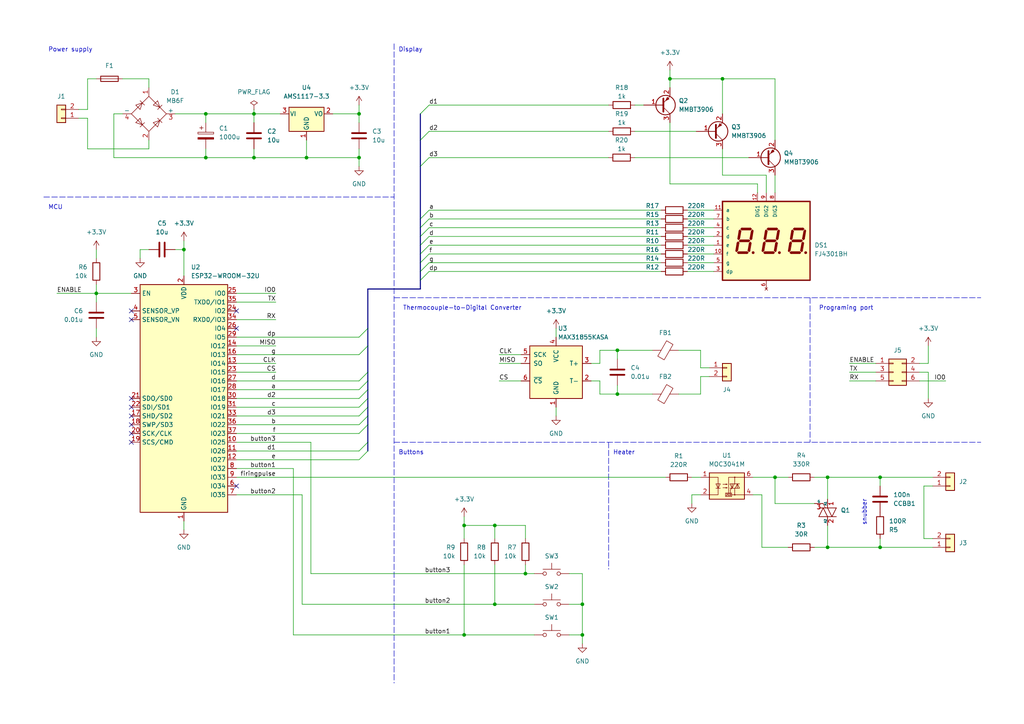
<source format=kicad_sch>
(kicad_sch (version 20231120) (generator "eeschema") (generator_version "8.0")
  (paper "A4")
  (title_block (title "Reflow946") (date "2022-09-23") (rev "1.2") (company "Arnaud Durand"))
  (lib_symbols
    (symbol "Connector_Generic:Conn_01x02" (pin_names (offset 1.016) hide)
      (property "Reference" "J" (at 0 2.54 0))
      (property "Value" "Conn_01x02" (at 0 -5.08 0))
      (symbol "Conn_01x02_1_1"
        (pin passive line (at -5.08 0 0) (length 3.81) (name "Pin_1") (number "1"))
        (pin passive line (at -5.08 -2.54 0) (length 3.81) (name "Pin_2") (number "2"))
      )
    )
    (symbol "Connector_Generic:Conn_02x03_Odd_Even" (pin_names (offset 1.016) hide)
      (property "Reference" "J" (at 1.27 5.08 0))
      (property "Value" "Conn_02x03_Odd_Even" (at 1.27 -5.08 0))
      (symbol "Conn_02x03_Odd_Even_1_1"
        (pin passive line (at -5.08 2.54 0) (length 3.81) (name "Pin_1") (number "1"))
        (pin passive line (at 7.62 2.54 180) (length 3.81) (name "Pin_2") (number "2"))
        (pin passive line (at -5.08 0 0) (length 3.81) (name "Pin_3") (number "3"))
        (pin passive line (at 7.62 0 180) (length 3.81) (name "Pin_4") (number "4"))
        (pin passive line (at -5.08 -2.54 0) (length 3.81) (name "Pin_5") (number "5"))
        (pin passive line (at 7.62 -2.54 180) (length 3.81) (name "Pin_6") (number "6"))
      )
    )
    (symbol "Device:C" (pin_numbers hide) (pin_names (offset 0.254))
      (property "Reference" "C" (at 0.635 2.54 0))
      (property "Value" "C" (at 0.635 -2.54 0))
      (symbol "C_1_1"
        (pin passive line (at 0 3.81 270) (length 2.794) (name "~") (number "1"))
        (pin passive line (at 0 -3.81 90) (length 2.794) (name "~") (number "2"))
      )
    )
    (symbol "Device:C_Polarized" (pin_numbers hide) (pin_names (offset 0.254))
      (property "Reference" "C" (at 0.635 2.54 0))
      (property "Value" "C_Polarized" (at 0.635 -2.54 0))
      (symbol "C_Polarized_1_1"
        (pin passive line (at 0 3.81 270) (length 2.794) (name "~") (number "1"))
        (pin passive line (at 0 -3.81 90) (length 2.794) (name "~") (number "2"))
      )
    )
    (symbol "Device:FerriteBead" (pin_numbers hide) (pin_names (offset 0))
      (property "Reference" "FB" (at -3.81 0.635 90))
      (property "Value" "FerriteBead" (at 3.81 0 90))
      (symbol "FerriteBead_1_1"
        (pin passive line (at 0 3.81 270) (length 2.54) (name "~") (number "1"))
        (pin passive line (at 0 -3.81 90) (length 2.54) (name "~") (number "2"))
      )
    )
    (symbol "Device:Fuse" (pin_numbers hide) (pin_names (offset 0))
      (property "Reference" "F" (at 2.032 0 90))
      (property "Value" "Fuse" (at -1.905 0 90))
      (symbol "Fuse_1_1"
        (pin passive line (at 0 3.81 270) (length 1.27) (name "~") (number "1"))
        (pin passive line (at 0 -3.81 90) (length 1.27) (name "~") (number "2"))
      )
    )
    (symbol "Device:R" (pin_numbers hide) (pin_names (offset 0))
      (property "Reference" "R" (at 2.032 0 90))
      (property "Value" "R" (at 0 0 90))
      (symbol "R_1_1"
        (pin passive line (at 0 3.81 270) (length 1.27) (name "~") (number "1"))
        (pin passive line (at 0 -3.81 90) (length 1.27) (name "~") (number "2"))
      )
    )
    (symbol "RF_Module:ESP32-WROOM-32U"
      (property "Reference" "U" (at -12.7 34.29 0))
      (property "Value" "ESP32-WROOM-32U" (at 1.27 34.29 0))
      (symbol "ESP32-WROOM-32U_1_1"
        (pin power_in line (at 0 -35.56 90) (length 2.54) (name "GND") (number "1"))
        (pin bidirectional line (at 15.24 -12.7 180) (length 2.54) (name "IO25") (number "10"))
        (pin bidirectional line (at 15.24 -15.24 180) (length 2.54) (name "IO26") (number "11"))
        (pin bidirectional line (at 15.24 -17.78 180) (length 2.54) (name "IO27") (number "12"))
        (pin bidirectional line (at 15.24 10.16 180) (length 2.54) (name "IO14") (number "13"))
        (pin bidirectional line (at 15.24 15.24 180) (length 2.54) (name "IO12") (number "14"))
        (pin passive line (at 0 -35.56 90) (length 2.54) hide (name "GND") (number "15"))
        (pin bidirectional line (at 15.24 12.7 180) (length 2.54) (name "IO13") (number "16"))
        (pin bidirectional line (at -15.24 -5.08 0) (length 2.54) (name "SHD/SD2") (number "17"))
        (pin bidirectional line (at -15.24 -7.62 0) (length 2.54) (name "SWP/SD3") (number "18"))
        (pin bidirectional line (at -15.24 -12.7 0) (length 2.54) (name "SCS/CMD") (number "19"))
        (pin power_in line (at 0 35.56 270) (length 2.54) (name "VDD") (number "2"))
        (pin bidirectional line (at -15.24 -10.16 0) (length 2.54) (name "SCK/CLK") (number "20"))
        (pin bidirectional line (at -15.24 0 0) (length 2.54) (name "SDO/SD0") (number "21"))
        (pin bidirectional line (at -15.24 -2.54 0) (length 2.54) (name "SDI/SD1") (number "22"))
        (pin bidirectional line (at 15.24 7.62 180) (length 2.54) (name "IO15") (number "23"))
        (pin bidirectional line (at 15.24 25.4 180) (length 2.54) (name "IO2") (number "24"))
        (pin bidirectional line (at 15.24 30.48 180) (length 2.54) (name "IO0") (number "25"))
        (pin bidirectional line (at 15.24 20.32 180) (length 2.54) (name "IO4") (number "26"))
        (pin bidirectional line (at 15.24 5.08 180) (length 2.54) (name "IO16") (number "27"))
        (pin bidirectional line (at 15.24 2.54 180) (length 2.54) (name "IO17") (number "28"))
        (pin bidirectional line (at 15.24 17.78 180) (length 2.54) (name "IO5") (number "29"))
        (pin input line (at -15.24 30.48 0) (length 2.54) (name "EN") (number "3"))
        (pin bidirectional line (at 15.24 0 180) (length 2.54) (name "IO18") (number "30"))
        (pin bidirectional line (at 15.24 -2.54 180) (length 2.54) (name "IO19") (number "31"))
        (pin no_connect line (at -12.7 -27.94 0) (length 2.54) hide (name "NC") (number "32"))
        (pin bidirectional line (at 15.24 -5.08 180) (length 2.54) (name "IO21") (number "33"))
        (pin bidirectional line (at 15.24 22.86 180) (length 2.54) (name "RXD0/IO3") (number "34"))
        (pin bidirectional line (at 15.24 27.94 180) (length 2.54) (name "TXD0/IO1") (number "35"))
        (pin bidirectional line (at 15.24 -7.62 180) (length 2.54) (name "IO22") (number "36"))
        (pin bidirectional line (at 15.24 -10.16 180) (length 2.54) (name "IO23") (number "37"))
        (pin passive line (at 0 -35.56 90) (length 2.54) hide (name "GND") (number "38"))
        (pin passive line (at 0 -35.56 90) (length 2.54) hide (name "GND") (number "39"))
        (pin input line (at -15.24 25.4 0) (length 2.54) (name "SENSOR_VP") (number "4"))
        (pin input line (at -15.24 22.86 0) (length 2.54) (name "SENSOR_VN") (number "5"))
        (pin input line (at 15.24 -25.4 180) (length 2.54) (name "IO34") (number "6"))
        (pin input line (at 15.24 -27.94 180) (length 2.54) (name "IO35") (number "7"))
        (pin bidirectional line (at 15.24 -20.32 180) (length 2.54) (name "IO32") (number "8"))
        (pin bidirectional line (at 15.24 -22.86 180) (length 2.54) (name "IO33") (number "9"))
      )
    )
    (symbol "Regulator_Linear:AMS1117-3.3" (pin_names (offset 0.254))
      (property "Reference" "U" (at -3.81 3.175 0))
      (property "Value" "AMS1117-3.3" (at 0 3.175 0))
      (symbol "AMS1117-3.3_1_1"
        (pin power_in line (at 0 -7.62 90) (length 2.54) (name "GND") (number "1"))
        (pin power_out line (at 7.62 0 180) (length 2.54) (name "VO") (number "2"))
        (pin power_in line (at -7.62 0 0) (length 2.54) (name "VI") (number "3"))
      )
    )
    (symbol "Relay_SolidState:MOC3041M"
      (property "Reference" "U" (at -5.08 5.08 0))
      (property "Value" "MOC3041M" (at 0 5.08 0))
      (symbol "MOC3041M_0_0"
        (text "ZCD" (at 0.508 -2.54 0) (effects (font (size 0.508 0.508))))
      )
      (symbol "MOC3041M_1_1"
        (pin passive line (at -7.62 2.54 0) (length 2.54) (name "~") (number "1"))
        (pin passive line (at -7.62 -2.54 0) (length 2.54) (name "~") (number "2"))
        (pin no_connect line (at -5.08 0 0) (length 2.54) hide (name "NC") (number "3"))
        (pin passive line (at 7.62 -2.54 180) (length 2.54) (name "~") (number "4"))
        (pin no_connect line (at 5.08 0 180) (length 2.54) hide (name "NC") (number "5"))
        (pin passive line (at 7.62 2.54 180) (length 2.54) (name "~") (number "6"))
      )
    )
    (symbol "Sensor_Temperature:MAX31855KASA" (pin_names (offset 1.016))
      (property "Reference" "U" (at -7.62 8.89 0))
      (property "Value" "MAX31855KASA" (at 1.27 8.89 0))
      (symbol "MAX31855KASA_1_1"
        (pin power_in line (at 0 -10.16 90) (length 2.54) (name "GND") (number "1"))
        (pin passive line (at -10.16 -2.54 0) (length 2.54) (name "T-") (number "2"))
        (pin passive line (at -10.16 2.54 0) (length 2.54) (name "T+") (number "3"))
        (pin power_in line (at 0 10.16 270) (length 2.54) (name "VCC") (number "4"))
        (pin input line (at 10.16 5.08 180) (length 2.54) (name "SCK") (number "5"))
        (pin input line (at 10.16 -2.54 180) (length 2.54) (name "~{CS}") (number "6"))
        (pin tri_state line (at 10.16 2.54 180) (length 2.54) (name "SO") (number "7"))
      )
    )
    (symbol "Switch:SW_Push" (pin_numbers hide) (pin_names (offset 1.016) hide)
      (property "Reference" "SW" (at 1.27 2.54 0))
      (property "Value" "SW_Push" (at 0 -1.524 0))
      (symbol "SW_Push_0_1"
        (pin passive line (at -5.08 0 0) (length 2.54) (name "1") (number "1"))
        (pin passive line (at 5.08 0 180) (length 2.54) (name "2") (number "2"))
      )
    )
    (symbol "Transistor_BJT:MMBT3906" (pin_names (offset 0) hide)
      (property "Reference" "Q" (at 5.08 1.905 0))
      (property "Value" "MMBT3906" (at 5.08 0 0))
      (symbol "MMBT3906_1_1"
        (pin input line (at -5.08 0 0) (length 5.715) (name "B") (number "1"))
        (pin passive line (at 2.54 -5.08 90) (length 2.54) (name "E") (number "2"))
        (pin passive line (at 2.54 5.08 270) (length 2.54) (name "C") (number "3"))
      )
    )
    (symbol "Triac_Thyristor:BTA16-600B" (pin_names (offset 0))
      (property "Reference" "Q" (at 5.08 1.905 0))
      (property "Value" "BTA16-600B" (at 5.08 0 0))
      (symbol "BTA16-600B_1_1"
        (pin passive line (at 0 -3.81 90) (length 2.54) (name "A1") (number "1"))
        (pin passive line (at 0 3.81 270) (length 2.54) (name "A2") (number "2"))
        (pin input line (at -3.81 -2.54 0) (length 2.54) (name "G") (number "3"))
      )
    )
    (symbol "power:+3.3V" (power) (pin_names (offset 0))
      (property "Value" "+3.3V" (at 0 3.556 0))
      (symbol "+3.3V_1_1"
        (pin power_in line (at 0 0 90) (length 0) hide (name "+3.3V") (number "1"))
      )
    )
    (symbol "power:GND" (power) (pin_names (offset 0))
      (property "Value" "GND" (at 0 -3.81 0))
      (symbol "GND_1_1"
        (pin power_in line (at 0 0 270) (length 0) hide (name "GND") (number "1"))
      )
    )
    (symbol "power:PWR_FLAG" (power) (pin_numbers hide) (pin_names (offset 0) hide)
      (property "Value" "PWR_FLAG" (at 0 3.81 0))
      (symbol "PWR_FLAG_0_0"
        (pin power_out line (at 0 0 90) (length 0) (name "pwr") (number "1"))
      )
    )
    (symbol "reflow946:FJ4301BH" (pin_names (offset 1.016))
      (property "Reference" "DS" (at 13.97 8.89 0))
      (symbol "FJ4301BH_0_0"
        (pin passive line (at -15.24 -1.27 0) (length 2.54) (name "e") (number "1"))
        (pin passive line (at -15.24 -3.81 0) (length 2.54) (name "f") (number "10"))
        (pin passive line (at -15.24 8.89 0) (length 2.54) (name "a") (number "11"))
        (pin passive line (at -2.54 13.97 270) (length 2.54) (name "DIG1") (number "12"))
        (pin passive line (at -15.24 1.27 0) (length 2.54) (name "d") (number "2"))
        (pin passive line (at -15.24 -8.89 0) (length 2.54) (name "dp") (number "3"))
        (pin passive line (at -15.24 3.81 0) (length 2.54) (name "c") (number "4"))
        (pin passive line (at -15.24 -6.35 0) (length 2.54) (name "g") (number "5"))
        (pin no_connect line (at 0 -13.97 90) (length 2.54) (name "~") (number "6"))
        (pin passive line (at -15.24 6.35 0) (length 2.54) (name "b") (number "7"))
        (pin passive line (at 2.54 13.97 270) (length 2.54) (name "DIG3") (number "8"))
        (pin passive line (at 0 13.97 270) (length 2.54) (name "DIG2") (number "9"))
      )
    )
    (symbol "reflow946:MB6F" (pin_names (offset 0))
      (property "Reference" "D" (at 2.54 6.985 0))
      (property "Value" "MB6F" (at 2.54 5.08 0))
      (symbol "MB6F_1_1"
        (pin passive line (at 0 -7.62 90) (length 2.54) (name "~") (number "1"))
        (pin passive line (at 0 7.62 270) (length 2.54) (name "~") (number "2"))
        (pin passive line (at 7.62 0 180) (length 2.54) (name "+") (number "3"))
        (pin passive line (at -7.62 0 0) (length 2.54) (name "-") (number "4"))
      )
    )
  )
  (junction (at 134.62 184.15))
  (junction (at 134.62 152.4))
  (junction (at 73.66 33.02))
  (junction (at 143.51 175.26))
  (junction (at 179.07 101.6))
  (junction (at 53.34 72.39))
  (junction (at 255.27 158.75))
  (junction (at 224.79 138.43))
  (junction (at 59.69 45.72))
  (junction (at 240.03 158.75))
  (junction (at 88.9 45.72))
  (junction (at 104.14 45.72))
  (junction (at 27.94 85.09))
  (junction (at 152.4 166.37))
  (junction (at 209.55 22.86))
  (junction (at 104.14 33.02))
  (junction (at 168.91 175.26))
  (junction (at 194.31 22.86))
  (junction (at 143.51 152.4))
  (junction (at 179.07 114.3))
  (junction (at 59.69 33.02))
  (junction (at 168.91 184.15))
  (junction (at 73.66 45.72))
  (junction (at 240.03 138.43))
  (junction (at 255.27 138.43))
  (no_connect (at 68.58 90.17))
  (no_connect (at 68.58 95.25))
  (no_connect (at 68.58 140.97))
  (no_connect (at 38.1 120.65))
  (no_connect (at 38.1 128.27))
  (no_connect (at 38.1 125.73))
  (no_connect (at 38.1 115.57))
  (no_connect (at 38.1 123.19))
  (no_connect (at 38.1 118.11))
  (no_connect (at 38.1 90.17))
  (no_connect (at 38.1 92.71))
  (bus_entry (at 124.46 71.12) (size -2.54 2.54))
  (bus_entry (at 104.14 115.57) (size 2.54 -2.54))
  (bus_entry (at 104.14 97.79) (size 2.54 -2.54))
  (bus_entry (at 104.14 125.73) (size 2.54 -2.54))
  (bus_entry (at 104.14 110.49) (size 2.54 -2.54))
  (bus_entry (at 124.46 38.1) (size -2.54 2.54))
  (bus_entry (at 124.46 68.58) (size -2.54 2.54))
  (bus_entry (at 124.46 78.74) (size -2.54 2.54))
  (bus_entry (at 104.14 133.35) (size 2.54 -2.54))
  (bus_entry (at 124.46 45.72) (size -2.54 2.54))
  (bus_entry (at 124.46 76.2) (size -2.54 2.54))
  (bus_entry (at 124.46 30.48) (size -2.54 2.54))
  (bus_entry (at 104.14 113.03) (size 2.54 -2.54))
  (bus_entry (at 104.14 118.11) (size 2.54 -2.54))
  (bus_entry (at 124.46 63.5) (size -2.54 2.54))
  (bus_entry (at 104.14 120.65) (size 2.54 -2.54))
  (bus_entry (at 104.14 123.19) (size 2.54 -2.54))
  (bus_entry (at 124.46 66.04) (size -2.54 2.54))
  (bus_entry (at 104.14 102.87) (size 2.54 -2.54))
  (bus_entry (at 104.14 130.81) (size 2.54 -2.54))
  (bus_entry (at 124.46 60.96) (size -2.54 2.54))
  (bus_entry (at 124.46 73.66) (size -2.54 2.54))
  (bus (pts (xy 121.92 76.2) (xy 121.92 78.74)))
  (bus (pts (xy 106.68 123.19) (xy 106.68 128.27)))
  (wire (pts (xy 255.27 138.43) (xy 255.27 140.97)))
  (polyline (pts (xy 114.3 128.27) (xy 284.48 128.27)) (stroke (width 0) (type dash)))
  (wire (pts (xy 205.74 106.68) (xy 203.2 106.68)))
  (wire (pts (xy 179.07 101.6) (xy 189.23 101.6)))
  (wire (pts (xy 267.97 156.21) (xy 270.51 156.21)))
  (wire (pts (xy 200.66 143.51) (xy 200.66 146.05)))
  (wire (pts (xy 224.79 50.8) (xy 224.79 55.88)))
  (bus (pts (xy 106.68 115.57) (xy 106.68 118.11)))
  (wire (pts (xy 27.94 72.39) (xy 27.94 74.93)))
  (bus (pts (xy 106.68 83.82) (xy 106.68 95.25)))
  (wire (pts (xy 68.58 128.27) (xy 90.17 128.27)))
  (wire (pts (xy 124.46 71.12) (xy 191.77 71.12)))
  (wire (pts (xy 134.62 184.15) (xy 85.09 184.15)))
  (wire (pts (xy 40.64 72.39) (xy 43.18 72.39)))
  (wire (pts (xy 27.94 82.55) (xy 27.94 85.09)))
  (wire (pts (xy 196.85 114.3) (xy 203.2 114.3)))
  (wire (pts (xy 224.79 146.05) (xy 236.22 146.05)))
  (wire (pts (xy 25.4 43.18) (xy 43.18 43.18)))
  (wire (pts (xy 85.09 135.89) (xy 85.09 184.15)))
  (wire (pts (xy 152.4 166.37) (xy 152.4 163.83)))
  (wire (pts (xy 168.91 175.26) (xy 168.91 184.15)))
  (wire (pts (xy 124.46 73.66) (xy 191.77 73.66)))
  (wire (pts (xy 143.51 152.4) (xy 143.51 156.21)))
  (wire (pts (xy 87.63 175.26) (xy 87.63 143.51)))
  (wire (pts (xy 104.14 35.56) (xy 104.14 33.02)))
  (wire (pts (xy 199.39 68.58) (xy 207.01 68.58)))
  (wire (pts (xy 184.15 30.48) (xy 186.69 30.48)))
  (polyline (pts (xy 234.95 86.36) (xy 234.95 128.27)) (stroke (width 0) (type dash)))
  (wire (pts (xy 53.34 72.39) (xy 53.34 80.01)))
  (wire (pts (xy 203.2 106.68) (xy 203.2 101.6)))
  (wire (pts (xy 68.58 135.89) (xy 85.09 135.89)))
  (polyline (pts (xy 114.3 86.36) (xy 284.48 86.36)) (stroke (width 0) (type dash)))
  (wire (pts (xy 134.62 149.86) (xy 134.62 152.4)))
  (wire (pts (xy 199.39 78.74) (xy 207.01 78.74)))
  (wire (pts (xy 124.46 78.74) (xy 191.77 78.74)))
  (wire (pts (xy 104.14 45.72) (xy 88.9 45.72)))
  (wire (pts (xy 68.58 100.33) (xy 80.01 100.33)))
  (bus (pts (xy 121.92 83.82) (xy 121.92 81.28)))
  (wire (pts (xy 269.24 107.95) (xy 269.24 115.57)))
  (wire (pts (xy 266.7 110.49) (xy 274.32 110.49)))
  (wire (pts (xy 267.97 156.21) (xy 267.97 140.97)))
  (wire (pts (xy 68.58 133.35) (xy 104.14 133.35)))
  (wire (pts (xy 184.15 38.1) (xy 201.93 38.1)))
  (wire (pts (xy 27.94 85.09) (xy 27.94 87.63)))
  (wire (pts (xy 68.58 123.19) (xy 104.14 123.19)))
  (wire (pts (xy 143.51 152.4) (xy 134.62 152.4)))
  (wire (pts (xy 236.22 138.43) (xy 240.03 138.43)))
  (bus (pts (xy 121.92 71.12) (xy 121.92 73.66)))
  (bus (pts (xy 106.68 95.25) (xy 106.68 100.33)))
  (wire (pts (xy 199.39 63.5) (xy 207.01 63.5)))
  (wire (pts (xy 104.14 45.72) (xy 104.14 48.26)))
  (wire (pts (xy 255.27 158.75) (xy 270.51 158.75)))
  (wire (pts (xy 59.69 35.56) (xy 59.69 33.02)))
  (wire (pts (xy 219.71 53.34) (xy 219.71 55.88)))
  (wire (pts (xy 154.94 184.15) (xy 134.62 184.15)))
  (polyline (pts (xy 114.3 12.7) (xy 114.3 198.12)) (stroke (width 0) (type dash)))
  (wire (pts (xy 68.58 130.81) (xy 104.14 130.81)))
  (wire (pts (xy 68.58 143.51) (xy 87.63 143.51)))
  (wire (pts (xy 165.1 166.37) (xy 168.91 166.37)))
  (wire (pts (xy 68.58 102.87) (xy 104.14 102.87)))
  (wire (pts (xy 43.18 22.86) (xy 43.18 25.4)))
  (wire (pts (xy 179.07 111.76) (xy 179.07 114.3)))
  (wire (pts (xy 124.46 38.1) (xy 176.53 38.1)))
  (bus (pts (xy 121.92 78.74) (xy 121.92 81.28)))
  (wire (pts (xy 124.46 76.2) (xy 191.77 76.2)))
  (wire (pts (xy 222.25 50.8) (xy 222.25 55.88)))
  (wire (pts (xy 179.07 101.6) (xy 179.07 104.14)))
  (wire (pts (xy 154.94 175.26) (xy 143.51 175.26)))
  (wire (pts (xy 40.64 74.93) (xy 40.64 72.39)))
  (wire (pts (xy 33.02 45.72) (xy 59.69 45.72)))
  (wire (pts (xy 124.46 68.58) (xy 191.77 68.58)))
  (wire (pts (xy 104.14 30.48) (xy 104.14 33.02)))
  (wire (pts (xy 35.56 33.02) (xy 33.02 33.02)))
  (wire (pts (xy 224.79 138.43) (xy 224.79 146.05)))
  (wire (pts (xy 196.85 101.6) (xy 203.2 101.6)))
  (wire (pts (xy 266.7 107.95) (xy 269.24 107.95)))
  (wire (pts (xy 161.29 95.25) (xy 161.29 97.79)))
  (wire (pts (xy 199.39 73.66) (xy 207.01 73.66)))
  (wire (pts (xy 209.55 43.18) (xy 209.55 50.8)))
  (wire (pts (xy 27.94 95.25) (xy 27.94 97.79)))
  (bus (pts (xy 121.92 33.02) (xy 121.92 40.64)))
  (wire (pts (xy 50.8 72.39) (xy 53.34 72.39)))
  (wire (pts (xy 68.58 87.63) (xy 80.01 87.63)))
  (wire (pts (xy 73.66 33.02) (xy 73.66 35.56)))
  (polyline (pts (xy 12.7 57.15) (xy 114.3 57.15)) (stroke (width 0) (type dash)))
  (wire (pts (xy 168.91 166.37) (xy 168.91 175.26)))
  (wire (pts (xy 246.38 105.41) (xy 254 105.41)))
  (wire (pts (xy 218.44 138.43) (xy 224.79 138.43)))
  (wire (pts (xy 220.98 158.75) (xy 228.6 158.75)))
  (wire (pts (xy 144.78 105.41) (xy 151.13 105.41)))
  (wire (pts (xy 81.28 33.02) (xy 73.66 33.02)))
  (wire (pts (xy 203.2 109.22) (xy 203.2 114.3)))
  (wire (pts (xy 59.69 43.18) (xy 59.69 45.72)))
  (wire (pts (xy 228.6 138.43) (xy 224.79 138.43)))
  (wire (pts (xy 199.39 76.2) (xy 207.01 76.2)))
  (wire (pts (xy 68.58 107.95) (xy 80.01 107.95)))
  (wire (pts (xy 173.99 101.6) (xy 179.07 101.6)))
  (wire (pts (xy 236.22 158.75) (xy 240.03 158.75)))
  (bus (pts (xy 106.68 100.33) (xy 106.68 107.95)))
  (wire (pts (xy 68.58 92.71) (xy 80.01 92.71)))
  (wire (pts (xy 73.66 31.75) (xy 73.66 33.02)))
  (wire (pts (xy 154.94 166.37) (xy 152.4 166.37)))
  (wire (pts (xy 144.78 110.49) (xy 151.13 110.49)))
  (wire (pts (xy 25.4 22.86) (xy 27.94 22.86)))
  (wire (pts (xy 194.31 35.56) (xy 194.31 53.34)))
  (wire (pts (xy 68.58 97.79) (xy 104.14 97.79)))
  (wire (pts (xy 205.74 109.22) (xy 203.2 109.22)))
  (wire (pts (xy 267.97 140.97) (xy 270.51 140.97)))
  (wire (pts (xy 22.86 31.75) (xy 25.4 31.75)))
  (wire (pts (xy 25.4 31.75) (xy 25.4 22.86)))
  (wire (pts (xy 209.55 22.86) (xy 194.31 22.86)))
  (wire (pts (xy 53.34 151.13) (xy 53.34 153.67)))
  (bus (pts (xy 121.92 48.26) (xy 121.92 63.5)))
  (wire (pts (xy 134.62 156.21) (xy 134.62 152.4)))
  (bus (pts (xy 121.92 66.04) (xy 121.92 68.58)))
  (wire (pts (xy 59.69 33.02) (xy 73.66 33.02)))
  (wire (pts (xy 224.79 40.64) (xy 224.79 22.86)))
  (wire (pts (xy 22.86 34.29) (xy 25.4 34.29)))
  (bus (pts (xy 106.68 83.82) (xy 121.92 83.82)))
  (wire (pts (xy 240.03 152.4) (xy 240.03 158.75)))
  (wire (pts (xy 35.56 22.86) (xy 43.18 22.86)))
  (wire (pts (xy 194.31 22.86) (xy 194.31 25.4)))
  (bus (pts (xy 106.68 113.03) (xy 106.68 115.57)))
  (wire (pts (xy 173.99 105.41) (xy 173.99 101.6)))
  (wire (pts (xy 168.91 175.26) (xy 165.1 175.26)))
  (wire (pts (xy 152.4 156.21) (xy 152.4 152.4)))
  (bus (pts (xy 106.68 118.11) (xy 106.68 120.65)))
  (wire (pts (xy 25.4 34.29) (xy 25.4 43.18)))
  (wire (pts (xy 269.24 105.41) (xy 266.7 105.41)))
  (bus (pts (xy 121.92 40.64) (xy 121.92 48.26)))
  (bus (pts (xy 121.92 73.66) (xy 121.92 76.2)))
  (wire (pts (xy 199.39 60.96) (xy 207.01 60.96)))
  (wire (pts (xy 173.99 110.49) (xy 173.99 114.3)))
  (wire (pts (xy 173.99 114.3) (xy 179.07 114.3)))
  (wire (pts (xy 104.14 43.18) (xy 104.14 45.72)))
  (wire (pts (xy 246.38 107.95) (xy 254 107.95)))
  (wire (pts (xy 16.51 85.09) (xy 27.94 85.09)))
  (wire (pts (xy 124.46 66.04) (xy 191.77 66.04)))
  (wire (pts (xy 194.31 53.34) (xy 219.71 53.34)))
  (wire (pts (xy 179.07 114.3) (xy 189.23 114.3)))
  (wire (pts (xy 143.51 175.26) (xy 87.63 175.26)))
  (wire (pts (xy 171.45 105.41) (xy 173.99 105.41)))
  (wire (pts (xy 90.17 166.37) (xy 90.17 128.27)))
  (wire (pts (xy 199.39 71.12) (xy 207.01 71.12)))
  (wire (pts (xy 68.58 110.49) (xy 104.14 110.49)))
  (wire (pts (xy 68.58 115.57) (xy 104.14 115.57)))
  (wire (pts (xy 209.55 50.8) (xy 222.25 50.8)))
  (wire (pts (xy 124.46 60.96) (xy 191.77 60.96)))
  (wire (pts (xy 218.44 143.51) (xy 220.98 143.51)))
  (wire (pts (xy 203.2 143.51) (xy 200.66 143.51)))
  (wire (pts (xy 161.29 118.11) (xy 161.29 120.65)))
  (wire (pts (xy 88.9 45.72) (xy 88.9 40.64)))
  (wire (pts (xy 152.4 152.4) (xy 143.51 152.4)))
  (wire (pts (xy 168.91 184.15) (xy 168.91 186.69)))
  (wire (pts (xy 240.03 144.78) (xy 240.03 138.43)))
  (wire (pts (xy 199.39 66.04) (xy 207.01 66.04)))
  (wire (pts (xy 68.58 85.09) (xy 80.01 85.09)))
  (wire (pts (xy 68.58 125.73) (xy 104.14 125.73)))
  (wire (pts (xy 255.27 158.75) (xy 255.27 156.21)))
  (wire (pts (xy 224.79 22.86) (xy 209.55 22.86)))
  (wire (pts (xy 269.24 100.33) (xy 269.24 105.41)))
  (bus (pts (xy 121.92 63.5) (xy 121.92 66.04)))
  (wire (pts (xy 200.66 138.43) (xy 203.2 138.43)))
  (wire (pts (xy 124.46 45.72) (xy 176.4766 45.72)))
  (wire (pts (xy 255.27 138.43) (xy 270.51 138.43)))
  (wire (pts (xy 124.46 30.48) (xy 176.53 30.48)))
  (wire (pts (xy 144.78 102.87) (xy 151.13 102.87)))
  (wire (pts (xy 43.18 43.18) (xy 43.18 40.64)))
  (bus (pts (xy 106.68 107.95) (xy 106.68 110.49)))
  (wire (pts (xy 68.58 113.03) (xy 104.14 113.03)))
  (wire (pts (xy 220.98 143.51) (xy 220.98 158.75)))
  (wire (pts (xy 104.14 33.02) (xy 96.52 33.02)))
  (wire (pts (xy 68.58 105.41) (xy 80.01 105.41)))
  (wire (pts (xy 59.69 45.72) (xy 73.66 45.72)))
  (wire (pts (xy 194.31 20.32) (xy 194.31 22.86)))
  (wire (pts (xy 240.03 138.43) (xy 255.27 138.43)))
  (wire (pts (xy 68.58 138.43) (xy 193.04 138.43)))
  (wire (pts (xy 134.62 184.15) (xy 134.62 163.83)))
  (wire (pts (xy 171.45 110.49) (xy 173.99 110.49)))
  (wire (pts (xy 27.94 85.09) (xy 38.1 85.09)))
  (wire (pts (xy 124.46 63.5) (xy 191.77 63.5)))
  (wire (pts (xy 168.91 184.15) (xy 165.1 184.15)))
  (wire (pts (xy 68.58 120.65) (xy 104.14 120.65)))
  (wire (pts (xy 73.66 45.72) (xy 88.9 45.72)))
  (wire (pts (xy 68.58 118.11) (xy 104.14 118.11)))
  (bus (pts (xy 106.68 110.49) (xy 106.68 113.03)))
  (wire (pts (xy 240.03 158.75) (xy 255.27 158.75)))
  (wire (pts (xy 73.66 43.18) (xy 73.66 45.72)))
  (wire (pts (xy 184.0966 45.72) (xy 217.17 45.72)))
  (polyline (pts (xy 176.53 128.27) (xy 176.53 165.1)) (stroke (width 0) (type dash)))
  (wire (pts (xy 246.38 110.49) (xy 254 110.49)))
  (wire (pts (xy 209.55 33.02) (xy 209.55 22.86)))
  (wire (pts (xy 90.17 166.37) (xy 152.4 166.37)))
  (wire (pts (xy 50.8 33.02) (xy 59.69 33.02)))
  (wire (pts (xy 33.02 33.02) (xy 33.02 45.72)))
  (wire (pts (xy 53.34 69.85) (xy 53.34 72.39)))
  (wire (pts (xy 143.51 163.83) (xy 143.51 175.26)))
  (bus (pts (xy 106.68 128.27) (xy 106.68 130.81)))
  (bus (pts (xy 121.92 68.58) (xy 121.92 71.12)))
  (bus (pts (xy 106.68 120.65) (xy 106.68 123.19)))
  (text "Power supply" (at 13.97 15.24 0) (effects (font (size 1.27 1.27)) (justify left bottom)))
  (text "Programing port" (at 237.49 90.17 0) (effects (font (size 1.27 1.27)) (justify left bottom)))
  (text "Thermocouple-to-Digital Converter" (at 116.84 90.17 0) (effects (font (size 1.27 1.27)) (justify left bottom)))
  (text "snubber" (at 251.46 144.78 90) (effects (font (size 1.27 1.27)) (justify right bottom)))
  (text "MCU" (at 13.97 60.96 0) (effects (font (size 1.27 1.27)) (justify left bottom)))
  (text "Heater" (at 177.8 132.08 0) (effects (font (size 1.27 1.27)) (justify left bottom)))
  (text "Display" (at 115.57 15.24 0) (effects (font (size 1.27 1.27)) (justify left bottom)))
  (text "Buttons" (at 115.57 132.08 0) (effects (font (size 1.27 1.27)) (justify left bottom)))
  (label "d" (at 80.01 110.49 180))
  (label "CLK" (at 144.78 102.87 0))
  (label "dp" (at 77.47 97.79 0))
  (label "d3" (at 124.46 45.72 0))
  (label "button3" (at 123.19 166.37 0))
  (label "button2" (at 80.01 143.51 180))
  (label "c" (at 80.01 118.11 180))
  (label "c" (at 124.46 66.04 0))
  (label "a" (at 124.46 60.96 0))
  (label "TX" (at 246.38 107.95 0))
  (label "CS" (at 80.01 107.95 180))
  (label "RX" (at 80.01 92.71 180))
  (label "ENABLE" (at 246.38 105.41 0))
  (label "e" (at 124.46 71.12 0))
  (label "ENABLE" (at 16.51 85.09 0))
  (label "firingpulse" (at 80.01 138.43 180))
  (label "d" (at 124.46 68.58 0))
  (label "dp" (at 124.46 78.74 0))
  (label "g" (at 80.01 102.87 180))
  (label "IO0" (at 80.01 85.09 180))
  (label "button1" (at 123.19 184.15 0))
  (label "d1" (at 124.46 30.48 0))
  (label "CS" (at 144.78 110.49 0))
  (label "CLK" (at 80.01 105.41 180))
  (label "MISO" (at 80.01 100.33 180))
  (label "d3" (at 80.01 120.65 180))
  (label "button3" (at 80.01 128.27 180))
  (label "f" (at 80.01 125.73 180))
  (label "MISO" (at 144.78 105.41 0))
  (label "a" (at 80.01 113.03 180))
  (label "d2" (at 80.01 115.57 180))
  (label "IO0" (at 274.32 110.49 180))
  (label "f" (at 124.46 73.66 0))
  (label "TX" (at 80.01 87.63 180))
  (label "button2" (at 123.19 175.26 0))
  (label "d2" (at 124.46 38.1 0))
  (label "RX" (at 246.38 110.49 0))
  (label "b" (at 80.01 123.19 180))
  (label "b" (at 124.46 63.5 0))
  (label "e" (at 80.01 133.35 180))
  (label "button1" (at 80.01 135.89 180))
  (label "d1" (at 80.01 130.81 180))
  (label "g" (at 124.46 76.2 0))
  (symbol (lib_id "Device:C") (at 46.99 72.39 90) (unit 1)
    (property "Reference" "C5" (at 46.99 64.77 90))
    (property "Value" "10u" (at 46.99 67.31 90))
    (property "Footprint" "Capacitor_SMD:C_0805_2012Metric_Pad1.18x1.45mm_HandSolder" (effects (hide yes)))
  )
  (symbol (lib_id "Regulator_Linear:AMS1117-3.3") (at 88.9 33.02 0) (unit 1)
    (property "Reference" "U4" (at 88.9 25.4 0))
    (property "Value" "AMS1117-3.3" (at 88.9 27.94 0))
    (property "Footprint" "Package_TO_SOT_SMD:SOT-223-3_TabPin2" (effects (hide yes)))
    (property "Datasheet" "http://www.advanced-monolithic.com/pdf/ds1117.pdf" (effects (hide yes)))
    (property "LCSC Part #" "C6186" (effects (hide yes)))
    (property "Part Number" "AMS1117-3.3" (effects (hide yes)))
  )
  (symbol (lib_id "power:GND") (at 104.14 48.26 0) (unit 1)
    (property "Reference" "#PWR0104" (effects (hide yes)))
    (property "Value" "GND" (at 104.14 53.34 0))
  )
  (symbol (lib_id "Device:R") (at 134.62 160.02 0) (mirror x) (unit 1)
    (property "Reference" "R9" (at 132.08 158.7499 0) (effects (justify right)))
    (property "Value" "10k" (at 132.08 161.2899 0) (effects (justify right)))
    (property "Footprint" "Resistor_SMD:R_0603_1608Metric_Pad0.98x0.95mm_HandSolder" (effects (hide yes)))
  )
  (symbol (lib_id "Device:R") (at 195.58 63.5 90) (unit 1)
    (property "Reference" "R15" (at 189.23 62.23 90))
    (property "Value" "220R" (at 201.93 62.23 90))
    (property "Footprint" "Resistor_SMD:R_0603_1608Metric_Pad0.98x0.95mm_HandSolder" (effects (hide yes)))
  )
  (symbol (lib_id "power:+3.3V") (at 194.31 20.32 0) (unit 1)
    (property "Reference" "#PWR0115" (effects (hide yes)))
    (property "Value" "+3.3V" (at 194.31 15.24 0))
  )
  (symbol (lib_id "reflow946:FJ4301BH") (at 222.25 69.85 0) (unit 1)
    (property "Reference" "DS1" (at 236.22 71.1199 0) (effects (justify left)))
    (property "Value" "FJ4301BH" (at 236.22 73.6599 0) (effects (justify left)))
    (property "Footprint" "reflow946:FJ4301BH" (effects (hide yes)))
    (property "LCSC Part #" "C10706" (effects (hide yes)))
    (property "Part Number" "C10706" (effects (hide yes)))
  )
  (symbol (lib_id "Device:R") (at 195.58 76.2 90) (unit 1)
    (property "Reference" "R14" (at 189.23 74.93 90))
    (property "Value" "220R" (at 201.93 74.93 90))
    (property "Footprint" "Resistor_SMD:R_0603_1608Metric_Pad0.98x0.95mm_HandSolder" (effects (hide yes)))
  )
  (symbol (lib_id "Sensor_Temperature:MAX31855KASA") (at 161.29 107.95 0) (mirror y) (unit 1)
    (property "Reference" "U3" (at 161.8106 95.25 0) (effects (justify right)))
    (property "Value" "MAX31855KASA" (at 161.8106 97.79 0) (effects (justify right)))
    (property "Footprint" "Package_SO:SOIC-8_3.9x4.9mm_P1.27mm" (effects (hide yes)))
    (property "Datasheet" "http://datasheets.maximintegrated.com/en/ds/MAX31855.pdf" (effects (hide yes)))
    (property "LCSC Part #" "C52028" (effects (hide yes)))
    (property "Part Number" "MAX31855KASA+T" (effects (hide yes)))
  )
  (symbol (lib_id "Device:C") (at 73.66 39.37 0) (unit 1)
    (property "Reference" "C2" (at 77.47 38.0999 0) (effects (justify left)))
    (property "Value" "10u" (at 77.47 40.6399 0) (effects (justify left)))
    (property "Footprint" "Capacitor_SMD:C_0805_2012Metric_Pad1.18x1.45mm_HandSolder" (effects (hide yes)))
  )
  (symbol (lib_id "Connector_Generic:Conn_01x02") (at 210.82 106.68 0) (unit 1)
    (property "Reference" "J4" (at 210.82 113.03 0))
    (property "Value" "XH-A2" (effects (hide yes)))
    (property "Footprint" "reflow946:CONN-TH_XH-2A" (effects (hide yes)))
    (property "LCSC Part #" "C20079" (effects (hide yes)))
    (property "Part Number" "XH-2A" (effects (hide yes)))
  )
  (symbol (lib_id "Device:R") (at 180.34 38.1 90) (unit 1)
    (property "Reference" "R19" (at 180.34 33.02 90))
    (property "Value" "1k" (at 180.34 35.56 90))
    (property "Footprint" "Resistor_SMD:R_0603_1608Metric_Pad0.98x0.95mm_HandSolder" (effects (hide yes)))
  )
  (symbol (lib_id "power:GND") (at 40.64 74.93 0) (unit 1)
    (property "Reference" "#PWR0108" (effects (hide yes)))
    (property "Value" "GND" (at 40.64 80.01 0))
  )
  (symbol (lib_id "power:GND") (at 200.66 146.05 0) (unit 1)
    (property "Reference" "#PWR0105" (effects (hide yes)))
    (property "Value" "GND" (at 200.66 151.13 0))
  )
  (symbol (lib_id "power:+3.3V") (at 104.14 30.48 0) (unit 1)
    (property "Reference" "#PWR0103" (effects (hide yes)))
    (property "Value" "+3.3V" (at 104.14 25.4 0))
  )
  (symbol (lib_id "Device:R") (at 143.51 160.02 0) (mirror x) (unit 1)
    (property "Reference" "R8" (at 140.97 158.7499 0) (effects (justify right)))
    (property "Value" "10k" (at 140.97 161.2899 0) (effects (justify right)))
    (property "Footprint" "Resistor_SMD:R_0603_1608Metric_Pad0.98x0.95mm_HandSolder" (effects (hide yes)))
  )
  (symbol (lib_id "Device:R") (at 196.85 138.43 90) (unit 1)
    (property "Reference" "R1" (at 196.85 132.2376 90))
    (property "Value" "220R" (at 196.85 134.7776 90))
    (property "Footprint" "Resistor_SMD:R_0603_1608Metric_Pad0.98x0.95mm_HandSolder" (effects (hide yes)))
  )
  (symbol (lib_id "Device:FerriteBead") (at 193.04 114.3 90) (unit 1)
    (property "Reference" "FB2" (at 192.9892 109.22 90))
    (property "Value" "FerriteBead" (effects (hide yes)))
    (property "Footprint" "Resistor_SMD:R_0603_1608Metric_Pad0.98x0.95mm_HandSolder" (effects (hide yes)))
  )
  (symbol (lib_id "Device:C") (at 255.27 144.78 0) (mirror x) (unit 1)
    (property "Reference" "CCBB1" (at 259.08 146.0501 0) (effects (justify left)))
    (property "Value" "100n" (at 259.08 143.5101 0) (effects (justify left)))
    (property "Footprint" "Capacitor_THT:C_Rect_L13.0mm_W6.0mm_P10.00mm_FKS3_FKP3_MKS4" (effects (hide yes)))
    (property "LCSC Part #" "C105712" (effects (hide yes)))
    (property "Part Number" "MP1104K44C3R6LC" (effects (hide yes)))
  )
  (symbol (lib_id "Device:Fuse") (at 31.75 22.86 90) (unit 1)
    (property "Reference" "F1" (at 31.75 19.05 90))
    (property "Value" "SMD0805-020-16V" (effects (hide yes)))
    (property "Footprint" "Fuse:Fuse_0805_2012Metric_Pad1.15x1.40mm_HandSolder" (effects (hide yes)))
    (property "LCSC Part #" "C70057" (effects (hide yes)))
    (property "Part Number" "SMD0805-020-16V" (effects (hide yes)))
  )
  (symbol (lib_id "Device:R") (at 180.34 30.48 90) (unit 1)
    (property "Reference" "R18" (at 180.34 25.4 90))
    (property "Value" "1k" (at 180.34 27.94 90))
    (property "Footprint" "Resistor_SMD:R_0603_1608Metric_Pad0.98x0.95mm_HandSolder" (effects (hide yes)))
  )
  (symbol (lib_id "Device:R") (at 195.58 78.74 90) (unit 1)
    (property "Reference" "R12" (at 189.23 77.47 90))
    (property "Value" "220R" (at 201.93 77.47 90))
    (property "Footprint" "Resistor_SMD:R_0603_1608Metric_Pad0.98x0.95mm_HandSolder" (effects (hide yes)))
  )
  (symbol (lib_id "Relay_SolidState:MOC3041M") (at 210.82 140.97 0) (unit 1)
    (property "Reference" "U1" (at 210.82 132.08 0))
    (property "Value" "MOC3041M" (at 210.82 134.62 0))
    (property "Footprint" "Package_DIP:DIP-6_W7.62mm_LongPads" (effects (hide yes)))
    (property "Datasheet" "https://www.onsemi.com/pub/Collateral/MOC3043M-D.pdf" (effects (hide yes)))
    (property "LCSC Part #" "C8921" (effects (hide yes)))
    (property "Part Number" "MOC3041M" (effects (hide yes)))
  )
  (symbol (lib_id "Device:R") (at 255.27 152.4 0) (mirror y) (unit 1)
    (property "Reference" "R5" (at 257.81 153.6701 0) (effects (justify right)))
    (property "Value" "100R" (at 257.81 151.1301 0) (effects (justify right)))
    (property "Footprint" "Resistor_THT:R_Axial_DIN0414_L11.9mm_D4.5mm_P15.24mm_Horizontal" (effects (hide yes)))
  )
  (symbol (lib_id "Device:R") (at 180.2866 45.72 90) (unit 1)
    (property "Reference" "R20" (at 180.2866 40.64 90))
    (property "Value" "1k" (at 180.2866 43.18 90))
    (property "Footprint" "Resistor_SMD:R_0603_1608Metric_Pad0.98x0.95mm_HandSolder" (effects (hide yes)))
  )
  (symbol (lib_id "RF_Module:ESP32-WROOM-32U") (at 53.34 115.57 0) (unit 1)
    (property "Reference" "U2" (at 55.3594 77.47 0) (effects (justify left)))
    (property "Value" "ESP32-WROOM-32U" (at 55.3594 80.01 0) (effects (justify left)))
    (property "Footprint" "RF_Module:ESP32-WROOM-32U" (effects (hide yes)))
    (property "Datasheet" "https://www.espressif.com/sites/default/files/documentation/esp32-wroom-32d_esp32-wroom-32u_datasheet_en.pdf" (effects (hide yes)))
    (property "LCSC Part #" "C3013938" (effects (hide yes)))
    (property "Part Number" "ESP32-WROOM-32U-H4" (effects (hide yes)))
  )
  (symbol (lib_id "Switch:SW_Push") (at 160.02 184.15 0) (unit 1)
    (property "Reference" "SW1" (at 160.02 179.07 0))
    (property "Value" "SW_Push" (effects (hide yes)))
    (property "Footprint" "reflow946:SW-TH_D6C10F1LFS" (effects (hide yes)))
    (property "LCSC Part #" "C2689630" (effects (hide yes)))
    (property "Part Number" "D6C40F1LFS" (effects (hide yes)))
  )
  (symbol (lib_id "power:GND") (at 161.29 120.65 0) (unit 1)
    (property "Reference" "#PWR0112" (effects (hide yes)))
    (property "Value" "GND" (at 161.29 125.73 0))
  )
  (symbol (lib_id "Device:R") (at 152.4 160.02 0) (mirror x) (unit 1)
    (property "Reference" "R7" (at 149.86 158.7499 0) (effects (justify right)))
    (property "Value" "10k" (at 149.86 161.2899 0) (effects (justify right)))
    (property "Footprint" "Resistor_SMD:R_0603_1608Metric_Pad0.98x0.95mm_HandSolder" (effects (hide yes)))
  )
  (symbol (lib_id "Switch:SW_Push") (at 160.02 175.26 0) (unit 1)
    (property "Reference" "SW2" (at 160.02 170.18 0))
    (property "Value" "SW_Push" (effects (hide yes)))
    (property "Footprint" "reflow946:SW-TH_D6C10F1LFS" (effects (hide yes)))
    (property "LCSC Part #" "C2689630" (effects (hide yes)))
    (property "Part Number" "D6C40F1LFS" (effects (hide yes)))
  )
  (symbol (lib_id "power:+3.3V") (at 161.29 95.25 0) (unit 1)
    (property "Reference" "#PWR0113" (effects (hide yes)))
    (property "Value" "+3.3V" (at 161.29 90.17 0))
  )
  (symbol (lib_id "power:GND") (at 27.94 97.79 0) (unit 1)
    (property "Reference" "#PWR0110" (effects (hide yes)))
    (property "Value" "GND" (at 27.94 102.87 0))
  )
  (symbol (lib_id "power:+3.3V") (at 269.24 100.33 0) (unit 1)
    (property "Reference" "#PWR0102" (effects (hide yes)))
    (property "Value" "+3.3V" (at 269.24 95.25 0))
  )
  (symbol (lib_id "power:GND") (at 53.34 153.67 0) (mirror y) (unit 1)
    (property "Reference" "#PWR0106" (effects (hide yes)))
    (property "Value" "GND" (at 53.34 158.75 0))
  )
  (symbol (lib_id "reflow946:MB6F") (at 43.18 33.02 0) (mirror x) (unit 1)
    (property "Reference" "D1" (at 50.8 26.67 0))
    (property "Value" "MB6F" (at 50.8 29.21 0))
    (property "Footprint" "reflow946:MB-F" (effects (hide yes)))
    (property "Datasheet" "https://www.mouser.es/datasheet/2/345/mb1f_mb10f-1395947.pdf" (effects (hide yes)))
    (property "LCSC Part #" "C2490" (effects (hide yes)))
    (property "Part Number" "MB6F" (effects (hide yes)))
  )
  (symbol (lib_id "Connector_Generic:Conn_01x02") (at 275.59 140.97 0) (mirror x) (unit 1)
    (property "Reference" "J2" (at 278.13 139.7001 0) (effects (justify left)))
    (property "Value" "VH-3A2" (effects (hide yes)))
    (property "Footprint" "Connector_JST:JST_VH_B2P3-VH_1x02_P7.92mm_Vertical" (effects (hide yes)))
    (property "LCSC Part #" "C18157" (effects (hide yes)))
    (property "Part Number" "VH-3A2" (effects (hide yes)))
  )
  (symbol (lib_id "power:+3.3V") (at 53.34 69.85 0) (unit 1)
    (property "Reference" "#PWR0107" (effects (hide yes)))
    (property "Value" "+3.3V" (at 53.34 64.77 0))
  )
  (symbol (lib_id "Device:C_Polarized") (at 59.69 39.37 0) (unit 1)
    (property "Reference" "C1" (at 63.5 37.2109 0) (effects (justify left)))
    (property "Value" "1000u" (at 63.5 39.7509 0) (effects (justify left)))
    (property "Footprint" "Capacitor_THT:CP_Radial_D10.0mm_P5.00mm" (effects (hide yes)))
  )
  (symbol (lib_id "Device:C") (at 27.94 91.44 180) (unit 1)
    (property "Reference" "C6" (at 24.13 90.17 0) (effects (justify left)))
    (property "Value" "0.01u" (at 24.13 92.71 0) (effects (justify left)))
    (property "Footprint" "Capacitor_SMD:C_0805_2012Metric_Pad1.18x1.45mm_HandSolder" (effects (hide yes)))
  )
  (symbol (lib_id "Device:R") (at 195.58 73.66 90) (unit 1)
    (property "Reference" "R16" (at 189.23 72.39 90))
    (property "Value" "220R" (at 201.93 72.39 90))
    (property "Footprint" "Resistor_SMD:R_0603_1608Metric_Pad0.98x0.95mm_HandSolder" (effects (hide yes)))
  )
  (symbol (lib_id "Device:R") (at 195.58 60.96 90) (unit 1)
    (property "Reference" "R17" (at 189.23 59.69 90))
    (property "Value" "220R" (at 201.93 59.69 90))
    (property "Footprint" "Resistor_SMD:R_0603_1608Metric_Pad0.98x0.95mm_HandSolder" (effects (hide yes)))
  )
  (symbol (lib_id "Device:R") (at 195.58 71.12 90) (unit 1)
    (property "Reference" "R10" (at 189.23 69.85 90))
    (property "Value" "220R" (at 201.93 69.85 90))
    (property "Footprint" "Resistor_SMD:R_0603_1608Metric_Pad0.98x0.95mm_HandSolder" (effects (hide yes)))
  )
  (symbol (lib_id "Transistor_BJT:MMBT3906") (at 222.25 45.72 0) (mirror x) (unit 1)
    (property "Reference" "Q4" (at 227.33 44.4499 0) (effects (justify left)))
    (property "Value" "MMBT3906" (at 227.33 46.9899 0) (effects (justify left)))
    (property "Footprint" "Package_TO_SOT_SMD:SOT-23" (effects (hide yes)))
    (property "Datasheet" "https://www.onsemi.com/pub/Collateral/2N3906-D.PDF" (effects (hide yes)))
    (property "LCSC Part #" "C181120" (effects (hide yes)))
    (property "Part Number" "MMBT3906" (effects (hide yes)))
  )
  (symbol (lib_id "Connector_Generic:Conn_01x02") (at 17.78 34.29 180) (unit 1)
    (property "Reference" "J1" (at 17.78 27.94 0))
    (property "Value" "VH-2A" (effects (hide yes)))
    (property "Footprint" "Connector_JST:JST_VH_B2P-VH_1x02_P3.96mm_Vertical" (effects (hide yes)))
    (property "Datasheet" "https://datasheet.lcsc.com/lcsc/1811132212_BOOMELE-Boom-Precision-Elec-VH-2A_C16728.pdf" (effects (hide yes)))
    (property "LCSC Part #" "C16728" (effects (hide yes)))
    (property "Part Number" "VH-2A" (effects (hide yes)))
  )
  (symbol (lib_id "power:GND") (at 168.91 186.69 0) (mirror y) (unit 1)
    (property "Reference" "#PWR0114" (effects (hide yes)))
    (property "Value" "GND" (at 168.91 191.77 0))
  )
  (symbol (lib_id "Device:R") (at 232.41 158.75 90) (mirror x) (unit 1)
    (property "Reference" "R3" (at 232.41 152.4 90))
    (property "Value" "30R" (at 232.41 154.94 90))
    (property "Footprint" "Resistor_THT:R_Axial_DIN0309_L9.0mm_D3.2mm_P12.70mm_Horizontal" (effects (hide yes)))
  )
  (symbol (lib_id "Transistor_BJT:MMBT3906") (at 207.01 38.1 0) (mirror x) (unit 1)
    (property "Reference" "Q3" (at 212.09 36.8299 0) (effects (justify left)))
    (property "Value" "MMBT3906" (at 212.09 39.3699 0) (effects (justify left)))
    (property "Footprint" "Package_TO_SOT_SMD:SOT-23" (effects (hide yes)))
    (property "Datasheet" "https://www.onsemi.com/pub/Collateral/2N3906-D.PDF" (effects (hide yes)))
    (property "LCSC Part #" "C181120" (effects (hide yes)))
    (property "Part Number" "MMBT3906" (effects (hide yes)))
  )
  (symbol (lib_id "Device:R") (at 195.58 66.04 90) (unit 1)
    (property "Reference" "R13" (at 189.23 64.77 90))
    (property "Value" "220R" (at 201.93 64.77 90))
    (property "Footprint" "Resistor_SMD:R_0603_1608Metric_Pad0.98x0.95mm_HandSolder" (effects (hide yes)))
  )
  (symbol (lib_id "Connector_Generic:Conn_01x02") (at 275.59 158.75 0) (mirror x) (unit 1)
    (property "Reference" "J3" (at 278.13 157.4801 0) (effects (justify left)))
    (property "Value" "VH-3A2" (effects (hide yes)))
    (property "Footprint" "Connector_JST:JST_VH_B2P3-VH_1x02_P7.92mm_Vertical" (effects (hide yes)))
    (property "LCSC Part #" "C18157" (effects (hide yes)))
    (property "Part Number" "VH-3A2" (effects (hide yes)))
  )
  (symbol (lib_id "power:+3.3V") (at 134.62 149.86 0) (mirror y) (unit 1)
    (property "Reference" "#PWR0111" (effects (hide yes)))
    (property "Value" "+3.3V" (at 134.62 144.78 0))
  )
  (symbol (lib_id "Device:R") (at 27.94 78.74 180) (unit 1)
    (property "Reference" "R6" (at 25.4 77.47 0) (effects (justify left)))
    (property "Value" "10k" (at 25.4 80.01 0) (effects (justify left)))
    (property "Footprint" "Resistor_SMD:R_0603_1608Metric_Pad0.98x0.95mm_HandSolder" (effects (hide yes)))
  )
  (symbol (lib_id "Device:R") (at 195.58 68.58 90) (unit 1)
    (property "Reference" "R11" (at 189.23 67.31 90))
    (property "Value" "220R" (at 201.93 67.31 90))
    (property "Footprint" "Resistor_SMD:R_0603_1608Metric_Pad0.98x0.95mm_HandSolder" (effects (hide yes)))
  )
  (symbol (lib_id "Transistor_BJT:MMBT3906") (at 191.77 30.48 0) (mirror x) (unit 1)
    (property "Reference" "Q2" (at 196.85 29.2099 0) (effects (justify left)))
    (property "Value" "MMBT3906" (at 196.85 31.7499 0) (effects (justify left)))
    (property "Footprint" "Package_TO_SOT_SMD:SOT-23" (effects (hide yes)))
    (property "Datasheet" "https://www.onsemi.com/pub/Collateral/2N3906-D.PDF" (effects (hide yes)))
    (property "LCSC Part #" "C181120" (effects (hide yes)))
    (property "Part Number" "MMBT3906" (effects (hide yes)))
  )
  (symbol (lib_id "Device:R") (at 232.41 138.43 90) (mirror x) (unit 1)
    (property "Reference" "R4" (at 232.41 132.08 90))
    (property "Value" "330R" (at 232.41 134.62 90))
    (property "Footprint" "Resistor_THT:R_Axial_DIN0309_L9.0mm_D3.2mm_P12.70mm_Horizontal" (effects (hide yes)))
  )
  (symbol (lib_id "Connector_Generic:Conn_02x03_Odd_Even") (at 259.08 107.95 0) (unit 1)
    (property "Reference" "J5" (at 260.35 101.6 0))
    (property "Value" "HDR-M-2.54_2x3" (effects (hide yes)))
    (property "Footprint" "Connector_PinHeader_2.54mm:PinHeader_2x03_P2.54mm_Vertical" (effects (hide yes)))
    (property "LCSC Part #" "C65114" (effects (hide yes)))
    (property "Part Number" "C65114" (effects (hide yes)))
  )
  (symbol (lib_id "Device:C") (at 104.14 39.37 0) (unit 1)
    (property "Reference" "C3" (at 107.95 38.0999 0) (effects (justify left)))
    (property "Value" "10u" (at 107.95 40.6399 0) (effects (justify left)))
    (property "Footprint" "Capacitor_SMD:C_0805_2012Metric_Pad1.18x1.45mm_HandSolder" (effects (hide yes)))
  )
  (symbol (lib_id "Device:FerriteBead") (at 193.04 101.6 90) (unit 1)
    (property "Reference" "FB1" (at 192.9892 96.52 90))
    (property "Value" "FerriteBead" (effects (hide yes)))
    (property "Footprint" "Resistor_SMD:R_0603_1608Metric_Pad0.98x0.95mm_HandSolder" (effects (hide yes)))
  )
  (symbol (lib_id "Triac_Thyristor:BTA16-600B") (at 240.03 148.59 0) (mirror x) (unit 1)
    (property "Reference" "Q1" (at 243.84 148.0057 0) (effects (justify left)))
    (property "Value" "BTA16-600BRG" (effects (hide yes)))
    (property "Footprint" "Package_TO_SOT_THT:TO-220-3_Horizontal_TabUp" (effects (hide yes)))
    (property "Datasheet" "https://www.st.com/resource/en/datasheet/bta16.pdf" (effects (hide yes)))
    (property "LCSC Part #" "C9100" (effects (hide yes)))
    (property "Part Number" "BTA16-600BRG" (effects (hide yes)))
  )
  (symbol (lib_id "power:+3.3V") (at 27.94 72.39 0) (unit 1)
    (property "Reference" "#PWR0109" (effects (hide yes)))
    (property "Value" "+3.3V" (at 27.94 67.31 0))
  )
  (symbol (lib_id "Device:C") (at 179.07 107.95 0) (unit 1)
    (property "Reference" "C4" (at 182.88 106.6799 0) (effects (justify left)))
    (property "Value" "0.01u" (at 182.88 109.2199 0) (effects (justify left)))
    (property "Footprint" "Capacitor_SMD:C_0805_2012Metric_Pad1.18x1.45mm_HandSolder" (effects (hide yes)))
  )
  (symbol (lib_id "power:PWR_FLAG") (at 73.66 31.75 0) (unit 1)
    (property "Reference" "#FLG0101" (effects (hide yes)))
    (property "Value" "PWR_FLAG" (at 73.66 26.67 0))
  )
  (symbol (lib_id "power:GND") (at 269.24 115.57 0) (unit 1)
    (property "Reference" "#PWR0101" (effects (hide yes)))
    (property "Value" "GND" (at 269.24 120.65 0))
  )
  (symbol (lib_id "Switch:SW_Push") (at 160.02 166.37 0) (unit 1)
    (property "Reference" "SW3" (at 160.02 161.29 0))
    (property "Value" "SW_Push" (effects (hide yes)))
    (property "Footprint" "reflow946:SW-TH_D6C10F1LFS" (effects (hide yes)))
    (property "LCSC Part #" "C2689630" (effects (hide yes)))
    (property "Part Number" "D6C40F1LFS" (effects (hide yes)))
  )
)
</source>
